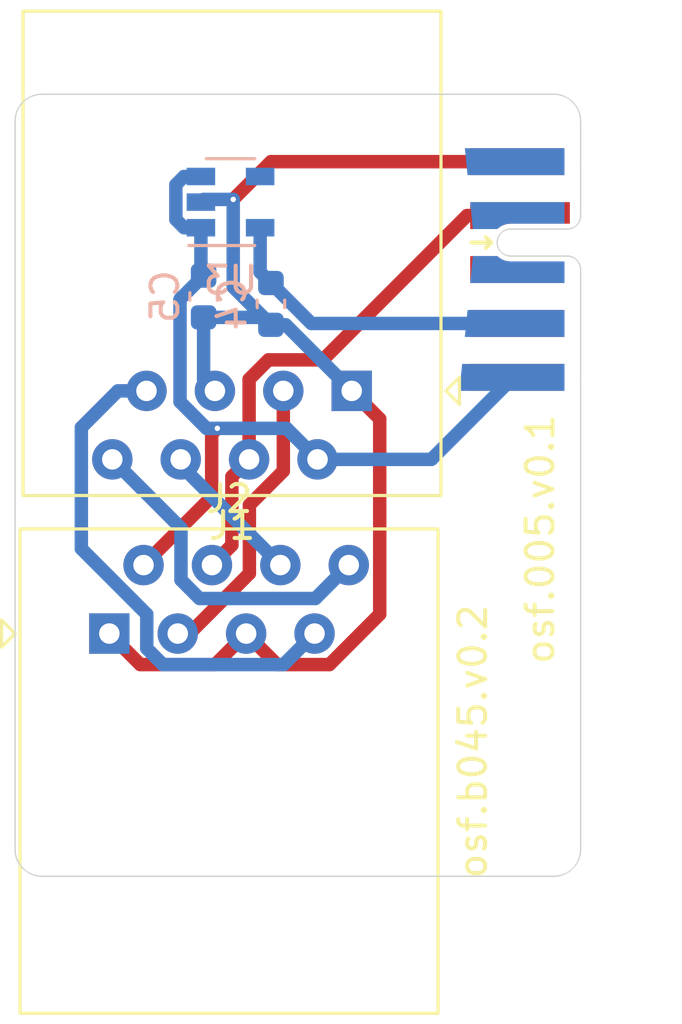
<source format=kicad_pcb>
(kicad_pcb (version 20171130) (host pcbnew "(5.1.10)-1")

  (general
    (thickness 1.6)
    (drawings 11)
    (tracks 72)
    (zones 0)
    (modules 6)
    (nets 9)
  )

  (page A4)
  (layers
    (0 F.Cu signal)
    (31 B.Cu signal)
    (32 B.Adhes user)
    (33 F.Adhes user)
    (34 B.Paste user)
    (35 F.Paste user)
    (36 B.SilkS user)
    (37 F.SilkS user)
    (38 B.Mask user)
    (39 F.Mask user)
    (40 Dwgs.User user)
    (41 Cmts.User user)
    (42 Eco1.User user)
    (43 Eco2.User user)
    (44 Edge.Cuts user)
    (45 Margin user)
    (46 B.CrtYd user)
    (47 F.CrtYd user)
    (48 B.Fab user)
    (49 F.Fab user)
  )

  (setup
    (last_trace_width 0.15)
    (user_trace_width 0.2)
    (user_trace_width 0.5)
    (trace_clearance 0.15)
    (zone_clearance 0.4)
    (zone_45_only no)
    (trace_min 0.15)
    (via_size 0.45)
    (via_drill 0.2)
    (via_min_size 0.45)
    (via_min_drill 0.2)
    (uvia_size 0.3)
    (uvia_drill 0.1)
    (uvias_allowed no)
    (uvia_min_size 0.2)
    (uvia_min_drill 0.1)
    (edge_width 0.05)
    (segment_width 0.2)
    (pcb_text_width 0.3)
    (pcb_text_size 1.5 1.5)
    (mod_edge_width 0.12)
    (mod_text_size 1 1)
    (mod_text_width 0.15)
    (pad_size 1.524 1.524)
    (pad_drill 0.762)
    (pad_to_mask_clearance 0.04)
    (solder_mask_min_width 0.1)
    (aux_axis_origin 0 0)
    (visible_elements 7FFFFFFF)
    (pcbplotparams
      (layerselection 0x010fc_ffffffff)
      (usegerberextensions false)
      (usegerberattributes false)
      (usegerberadvancedattributes false)
      (creategerberjobfile false)
      (excludeedgelayer true)
      (linewidth 0.100000)
      (plotframeref false)
      (viasonmask false)
      (mode 1)
      (useauxorigin false)
      (hpglpennumber 1)
      (hpglpenspeed 20)
      (hpglpendiameter 15.000000)
      (psnegative false)
      (psa4output false)
      (plotreference true)
      (plotvalue true)
      (plotinvisibletext false)
      (padsonsilk false)
      (subtractmaskfromsilk false)
      (outputformat 1)
      (mirror false)
      (drillshape 0)
      (scaleselection 1)
      (outputdirectory "gerber"))
  )

  (net 0 "")
  (net 1 GND)
  (net 2 "Net-(J1-Pad8)")
  (net 3 "Net-(J1-Pad4)")
  (net 4 +3V3)
  (net 5 +5V)
  (net 6 "Net-(J1-Pad7)")
  (net 7 "Net-(J1-Pad6)")
  (net 8 "Net-(J1-Pad3)")

  (net_class Default "This is the default net class."
    (clearance 0.15)
    (trace_width 0.15)
    (via_dia 0.45)
    (via_drill 0.2)
    (uvia_dia 0.3)
    (uvia_drill 0.1)
    (add_net +3V3)
    (add_net +5V)
    (add_net GND)
    (add_net "Net-(J1-Pad3)")
    (add_net "Net-(J1-Pad4)")
    (add_net "Net-(J1-Pad6)")
    (add_net "Net-(J1-Pad7)")
    (add_net "Net-(J1-Pad8)")
  )

  (module on_edge:on_edge_2x05_host (layer F.Cu) (tedit 607DF692) (tstamp 60A80D7D)
    (at 98 80.5 270)
    (path /60A875C3)
    (attr virtual)
    (fp_text reference J3 (at 0.05 -3.2 180 unlocked) (layer F.Fab)
      (effects (font (size 0.5 0.5) (thickness 0.125)))
    )
    (fp_text value 005_1wire (at -1.2 -2 90) (layer F.Fab)
      (effects (font (size 1 1) (thickness 0.15)))
    )
    (fp_line (start -1 4.05) (end -1 3.323) (layer F.SilkS) (width 0.153))
    (fp_line (start -0.8 3.523) (end -1 3.323) (layer F.SilkS) (width 0.153))
    (fp_line (start -1 3.323) (end -1.2 3.523) (layer F.SilkS) (width 0.153))
    (fp_line (start -1.5 0.5) (end -1.5 2.6) (layer Edge.Cuts) (width 0.05))
    (fp_line (start -0.5 2.6) (end -0.5 0.5) (layer Edge.Cuts) (width 0.05))
    (fp_line (start -4 0) (end -2 0) (layer Edge.Cuts) (width 0.05))
    (fp_line (start 0 0) (end 4 0) (layer Edge.Cuts) (width 0.05))
    (fp_line (start -5 5) (end 5 5) (layer F.CrtYd) (width 0.05))
    (fp_line (start 5 5) (end 5 -0.5) (layer F.CrtYd) (width 0.05))
    (fp_line (start 5 -0.5) (end -5 -0.5) (layer F.CrtYd) (width 0.05))
    (fp_line (start -5 -0.5) (end -5 5) (layer F.CrtYd) (width 0.05))
    (fp_line (start 5 5) (end -5 5) (layer B.CrtYd) (width 0.05))
    (fp_line (start -5 5) (end -5 -0.5) (layer B.CrtYd) (width 0.05))
    (fp_line (start -5 -0.5) (end 5 -0.5) (layer B.CrtYd) (width 0.05))
    (fp_line (start 5 -0.5) (end 5 5) (layer B.CrtYd) (width 0.05))
    (fp_arc (start 0 0.5) (end 0 0) (angle -90) (layer Edge.Cuts) (width 0.05))
    (fp_arc (start -2 0.5) (end -1.5 0.5) (angle -90) (layer Edge.Cuts) (width 0.05))
    (fp_arc (start -1 2.6) (end -1.5 2.6) (angle -180) (layer Edge.Cuts) (width 0.05))
    (pad 2 smd custom (at -2 3.6 270) (size 1 1) (layers F.Cu F.Mask)
      (net 3 "Net-(J1-Pad4)") (zone_connect 0)
      (options (clearance outline) (anchor rect))
      (primitives
        (gr_poly (pts
           (xy 0.3 -0.99) (xy 0.31 -0.88) (xy 0.33 -0.8) (xy 0.35 -0.74) (xy 0.37 -0.69)
           (xy 0.4 -0.64) (xy 0.44 -0.58) (xy 0.48 -0.53) (xy 0.5 -0.51) (xy 0.5 0.5)
           (xy -0.5 0.5) (xy -0.5 -3.2) (xy 0.3 -3.2)) (width 0))
      ))
    (pad 3 smd custom (at 0 3.6 270) (size 1 1) (layers F.Cu F.Mask)
      (zone_connect 0)
      (options (clearance outline) (anchor rect))
      (primitives
        (gr_poly (pts
           (xy -0.3 -0.99) (xy -0.31 -0.88) (xy -0.33 -0.8) (xy -0.35 -0.74) (xy -0.37 -0.69)
           (xy -0.4 -0.64) (xy -0.44 -0.58) (xy -0.48 -0.53) (xy -0.5 -0.51) (xy -0.5 0.5)
           (xy 0.5 0.5) (xy 0.5 -3) (xy -0.3 -3)) (width 0))
      ))
    (pad 8 smd custom (at 0 2.1 90) (size 0.4 0.4) (layers B.Cu B.Mask)
      (zone_connect 0)
      (options (clearance outline) (anchor rect))
      (primitives
        (gr_poly (pts
           (xy 0.3 -0.51) (xy 0.31 -0.62) (xy 0.33 -0.7) (xy 0.35 -0.76) (xy 0.37 -0.81)
           (xy 0.4 -0.86) (xy 0.44 -0.92) (xy 0.48 -0.97) (xy 0.5 -0.99) (xy 0.5 -1.9)
           (xy -0.5 -2) (xy -0.5 1.5) (xy 0.3 1.5)) (width 0))
      ))
    (pad 7 smd custom (at -2 2.1 90) (size 0.4 0.4) (layers B.Cu B.Mask)
      (zone_connect 0)
      (options (clearance outline) (anchor rect))
      (primitives
        (gr_poly (pts
           (xy -0.3 -0.51) (xy -0.31 -0.62) (xy -0.33 -0.7) (xy -0.35 -0.76) (xy -0.37 -0.81)
           (xy -0.4 -0.86) (xy -0.44 -0.92) (xy -0.48 -0.97) (xy -0.5 -0.99) (xy -0.5 -1.9)
           (xy 0.5 -2) (xy 0.5 1.5) (xy -0.3 1.5)) (width 0))
      ))
    (pad 4 smd rect (at 2 2.35 270) (size 1 3.5) (layers F.Cu F.Mask)
      (zone_connect 0))
    (pad 10 smd custom (at 4 2.5 90) (size 1 3.8) (layers B.Cu B.Mask)
      (net 5 +5V) (zone_connect 0)
      (options (clearance outline) (anchor rect))
      (primitives
        (gr_poly (pts
           (xy 0.5 -1.9) (xy -0.5 -2) (xy -0.5 -1.9)) (width 0))
      ))
    (pad 9 smd custom (at 2 2.4 90) (size 1 3.6) (layers B.Cu B.Mask)
      (net 4 +3V3) (zone_connect 0)
      (options (clearance outline) (anchor rect))
      (primitives
        (gr_poly (pts
           (xy 0.5 -1.8) (xy -0.5 -1.9) (xy -0.5 -1.8)) (width 0))
      ))
    (pad 6 smd custom (at -4 2.4 90) (size 1 3.6) (layers B.Cu B.Mask)
      (zone_connect 0)
      (options (clearance outline) (anchor rect))
      (primitives
        (gr_poly (pts
           (xy 0.5 -1.8) (xy 0.5 -1.9) (xy -0.5 -1.8)) (width 0))
      ))
    (pad 5 smd rect (at 4 2.35 270) (size 1 3.5) (layers F.Cu F.Mask)
      (zone_connect 0))
    (pad 1 smd rect (at -4 2.35 270) (size 1 3.5) (layers F.Cu F.Mask)
      (net 1 GND) (zone_connect 0))
  )

  (module Package_TO_SOT_SMD:SOT-23-5 (layer B.Cu) (tedit 5A02FF57) (tstamp 60A80A5B)
    (at 85 78)
    (descr "5-pin SOT23 package")
    (tags SOT-23-5)
    (path /5EB80084)
    (attr smd)
    (fp_text reference U3 (at 0 2.9) (layer B.SilkS)
      (effects (font (size 1 1) (thickness 0.15)) (justify mirror))
    )
    (fp_text value TLV74133PDBVR (at 0 -2.9) (layer B.Fab)
      (effects (font (size 1 1) (thickness 0.15)) (justify mirror))
    )
    (fp_line (start 0.9 1.55) (end 0.9 -1.55) (layer B.Fab) (width 0.1))
    (fp_line (start 0.9 -1.55) (end -0.9 -1.55) (layer B.Fab) (width 0.1))
    (fp_line (start -0.9 0.9) (end -0.9 -1.55) (layer B.Fab) (width 0.1))
    (fp_line (start 0.9 1.55) (end -0.25 1.55) (layer B.Fab) (width 0.1))
    (fp_line (start -0.9 0.9) (end -0.25 1.55) (layer B.Fab) (width 0.1))
    (fp_line (start -1.9 -1.8) (end -1.9 1.8) (layer B.CrtYd) (width 0.05))
    (fp_line (start 1.9 -1.8) (end -1.9 -1.8) (layer B.CrtYd) (width 0.05))
    (fp_line (start 1.9 1.8) (end 1.9 -1.8) (layer B.CrtYd) (width 0.05))
    (fp_line (start -1.9 1.8) (end 1.9 1.8) (layer B.CrtYd) (width 0.05))
    (fp_line (start 0.9 1.61) (end -1.55 1.61) (layer B.SilkS) (width 0.12))
    (fp_line (start -0.9 -1.61) (end 0.9 -1.61) (layer B.SilkS) (width 0.12))
    (fp_text user %R (at 0 0 -90) (layer B.Fab)
      (effects (font (size 0.5 0.5) (thickness 0.075)) (justify mirror))
    )
    (pad 5 smd rect (at 1.1 0.95) (size 1.06 0.65) (layers B.Cu B.Paste B.Mask)
      (net 4 +3V3))
    (pad 4 smd rect (at 1.1 -0.95) (size 1.06 0.65) (layers B.Cu B.Paste B.Mask))
    (pad 3 smd rect (at -1.1 -0.95) (size 1.06 0.65) (layers B.Cu B.Paste B.Mask)
      (net 5 +5V))
    (pad 2 smd rect (at -1.1 0) (size 1.06 0.65) (layers B.Cu B.Paste B.Mask)
      (net 1 GND))
    (pad 1 smd rect (at -1.1 0.95) (size 1.06 0.65) (layers B.Cu B.Paste B.Mask)
      (net 5 +5V))
    (model ${KISYS3DMOD}/Package_TO_SOT_SMD.3dshapes/SOT-23-5.wrl
      (at (xyz 0 0 0))
      (scale (xyz 1 1 1))
      (rotate (xyz 0 0 0))
    )
  )

  (module Connector_RJ:RJ45_Amphenol_54602-x08_Horizontal (layer F.Cu) (tedit 5B103613) (tstamp 60A80A46)
    (at 80.5 94)
    (descr "8 Pol Shallow Latch Connector, Modjack, RJ45 (https://cdn.amphenol-icc.com/media/wysiwyg/files/drawing/c-bmj-0102.pdf)")
    (tags RJ45)
    (path /5EB62F82)
    (fp_text reference J2 (at 4.445 -5) (layer F.SilkS)
      (effects (font (size 1 1) (thickness 0.15)))
    )
    (fp_text value RJ45 (at 4.445 4) (layer F.Fab)
      (effects (font (size 1 1) (thickness 0.15)))
    )
    (fp_line (start 12.6 14.47) (end -3.71 14.47) (layer F.CrtYd) (width 0.05))
    (fp_line (start 12.6 14.47) (end 12.6 -4.27) (layer F.CrtYd) (width 0.05))
    (fp_line (start -3.71 -4.27) (end -3.71 14.47) (layer F.CrtYd) (width 0.05))
    (fp_line (start -3.71 -4.27) (end 12.6 -4.27) (layer F.CrtYd) (width 0.05))
    (fp_line (start -3.315 -3.88) (end -3.315 14.08) (layer F.SilkS) (width 0.12))
    (fp_line (start 12.205 -3.88) (end -3.315 -3.88) (layer F.SilkS) (width 0.12))
    (fp_line (start 12.205 -3.88) (end 12.205 14.08) (layer F.SilkS) (width 0.12))
    (fp_line (start -3.315 14.08) (end 12.205 14.08) (layer F.SilkS) (width 0.12))
    (fp_line (start -3.205 -2.77) (end -2.205 -3.77) (layer F.Fab) (width 0.12))
    (fp_line (start -2.205 -3.77) (end 12.095 -3.77) (layer F.Fab) (width 0.12))
    (fp_line (start 12.095 -3.77) (end 12.095 13.97) (layer F.Fab) (width 0.12))
    (fp_line (start 12.095 13.97) (end -3.205 13.97) (layer F.Fab) (width 0.12))
    (fp_line (start -3.205 13.97) (end -3.205 -2.77) (layer F.Fab) (width 0.12))
    (fp_line (start -3.5 0) (end -4 -0.5) (layer F.SilkS) (width 0.12))
    (fp_line (start -4 -0.5) (end -4 0.5) (layer F.SilkS) (width 0.12))
    (fp_line (start -4 0.5) (end -3.5 0) (layer F.SilkS) (width 0.12))
    (fp_text user %R (at 4.445 2) (layer F.Fab)
      (effects (font (size 1 1) (thickness 0.15)))
    )
    (pad 8 thru_hole circle (at 8.89 -2.54) (size 1.5 1.5) (drill 0.76) (layers *.Cu *.Mask)
      (net 2 "Net-(J1-Pad8)"))
    (pad 7 thru_hole circle (at 7.62 0) (size 1.5 1.5) (drill 0.76) (layers *.Cu *.Mask)
      (net 6 "Net-(J1-Pad7)"))
    (pad 6 thru_hole circle (at 6.35 -2.54) (size 1.5 1.5) (drill 0.76) (layers *.Cu *.Mask)
      (net 7 "Net-(J1-Pad6)"))
    (pad 5 thru_hole circle (at 5.08 0) (size 1.5 1.5) (drill 0.76) (layers *.Cu *.Mask)
      (net 1 GND))
    (pad 4 thru_hole circle (at 3.81 -2.54) (size 1.5 1.5) (drill 0.76) (layers *.Cu *.Mask)
      (net 3 "Net-(J1-Pad4)"))
    (pad 3 thru_hole circle (at 2.54 0) (size 1.5 1.5) (drill 0.76) (layers *.Cu *.Mask)
      (net 8 "Net-(J1-Pad3)"))
    (pad 2 thru_hole circle (at 1.27 -2.54) (size 1.5 1.5) (drill 0.76) (layers *.Cu *.Mask)
      (net 5 +5V))
    (pad 1 thru_hole rect (at 0 0) (size 1.5 1.5) (drill 0.76) (layers *.Cu *.Mask)
      (net 1 GND))
    (pad "" np_thru_hole circle (at -1.27 6.35) (size 3.2 3.2) (drill 3.2) (layers *.Cu *.Mask))
    (pad "" np_thru_hole circle (at 10.16 6.35) (size 3.2 3.2) (drill 3.2) (layers *.Cu *.Mask))
    (model ${KISYS3DMOD}/Connector_RJ.3dshapes/RJ45_Amphenol_54602-x08_Horizontal.wrl
      (at (xyz 0 0 0))
      (scale (xyz 1 1 1))
      (rotate (xyz 0 0 0))
    )
  )

  (module Connector_RJ:RJ45_Amphenol_54602-x08_Horizontal (layer F.Cu) (tedit 5B103613) (tstamp 60A80A27)
    (at 89.5 85 180)
    (descr "8 Pol Shallow Latch Connector, Modjack, RJ45 (https://cdn.amphenol-icc.com/media/wysiwyg/files/drawing/c-bmj-0102.pdf)")
    (tags RJ45)
    (path /5EB9BFA3)
    (fp_text reference J1 (at 4.445 -5) (layer F.SilkS)
      (effects (font (size 1 1) (thickness 0.15)))
    )
    (fp_text value RJ45 (at 4.445 4) (layer F.Fab)
      (effects (font (size 1 1) (thickness 0.15)))
    )
    (fp_line (start 12.6 14.47) (end -3.71 14.47) (layer F.CrtYd) (width 0.05))
    (fp_line (start 12.6 14.47) (end 12.6 -4.27) (layer F.CrtYd) (width 0.05))
    (fp_line (start -3.71 -4.27) (end -3.71 14.47) (layer F.CrtYd) (width 0.05))
    (fp_line (start -3.71 -4.27) (end 12.6 -4.27) (layer F.CrtYd) (width 0.05))
    (fp_line (start -3.315 -3.88) (end -3.315 14.08) (layer F.SilkS) (width 0.12))
    (fp_line (start 12.205 -3.88) (end -3.315 -3.88) (layer F.SilkS) (width 0.12))
    (fp_line (start 12.205 -3.88) (end 12.205 14.08) (layer F.SilkS) (width 0.12))
    (fp_line (start -3.315 14.08) (end 12.205 14.08) (layer F.SilkS) (width 0.12))
    (fp_line (start -3.205 -2.77) (end -2.205 -3.77) (layer F.Fab) (width 0.12))
    (fp_line (start -2.205 -3.77) (end 12.095 -3.77) (layer F.Fab) (width 0.12))
    (fp_line (start 12.095 -3.77) (end 12.095 13.97) (layer F.Fab) (width 0.12))
    (fp_line (start 12.095 13.97) (end -3.205 13.97) (layer F.Fab) (width 0.12))
    (fp_line (start -3.205 13.97) (end -3.205 -2.77) (layer F.Fab) (width 0.12))
    (fp_line (start -3.5 0) (end -4 -0.5) (layer F.SilkS) (width 0.12))
    (fp_line (start -4 -0.5) (end -4 0.5) (layer F.SilkS) (width 0.12))
    (fp_line (start -4 0.5) (end -3.5 0) (layer F.SilkS) (width 0.12))
    (fp_text user %R (at 4.445 2) (layer F.Fab)
      (effects (font (size 1 1) (thickness 0.15)))
    )
    (pad 8 thru_hole circle (at 8.89 -2.54 180) (size 1.5 1.5) (drill 0.76) (layers *.Cu *.Mask)
      (net 2 "Net-(J1-Pad8)"))
    (pad 7 thru_hole circle (at 7.62 0 180) (size 1.5 1.5) (drill 0.76) (layers *.Cu *.Mask)
      (net 6 "Net-(J1-Pad7)"))
    (pad 6 thru_hole circle (at 6.35 -2.54 180) (size 1.5 1.5) (drill 0.76) (layers *.Cu *.Mask)
      (net 7 "Net-(J1-Pad6)"))
    (pad 5 thru_hole circle (at 5.08 0 180) (size 1.5 1.5) (drill 0.76) (layers *.Cu *.Mask)
      (net 1 GND))
    (pad 4 thru_hole circle (at 3.81 -2.54 180) (size 1.5 1.5) (drill 0.76) (layers *.Cu *.Mask)
      (net 3 "Net-(J1-Pad4)"))
    (pad 3 thru_hole circle (at 2.54 0 180) (size 1.5 1.5) (drill 0.76) (layers *.Cu *.Mask)
      (net 8 "Net-(J1-Pad3)"))
    (pad 2 thru_hole circle (at 1.27 -2.54 180) (size 1.5 1.5) (drill 0.76) (layers *.Cu *.Mask)
      (net 5 +5V))
    (pad 1 thru_hole rect (at 0 0 180) (size 1.5 1.5) (drill 0.76) (layers *.Cu *.Mask)
      (net 1 GND))
    (pad "" np_thru_hole circle (at -1.27 6.35 180) (size 3.2 3.2) (drill 3.2) (layers *.Cu *.Mask))
    (pad "" np_thru_hole circle (at 10.16 6.35 180) (size 3.2 3.2) (drill 3.2) (layers *.Cu *.Mask))
    (model ${KISYS3DMOD}/Connector_RJ.3dshapes/RJ45_Amphenol_54602-x08_Horizontal.wrl
      (at (xyz 0 0 0))
      (scale (xyz 1 1 1))
      (rotate (xyz 0 0 0))
    )
  )

  (module Capacitor_SMD:C_0603_1608Metric (layer B.Cu) (tedit 5F68FEEE) (tstamp 60A80A08)
    (at 84 81.5 270)
    (descr "Capacitor SMD 0603 (1608 Metric), square (rectangular) end terminal, IPC_7351 nominal, (Body size source: IPC-SM-782 page 76, https://www.pcb-3d.com/wordpress/wp-content/uploads/ipc-sm-782a_amendment_1_and_2.pdf), generated with kicad-footprint-generator")
    (tags capacitor)
    (path /5EB8B4A9)
    (attr smd)
    (fp_text reference C5 (at 0 1.43 90) (layer B.SilkS)
      (effects (font (size 1 1) (thickness 0.15)) (justify mirror))
    )
    (fp_text value 1uF (at 0 -1.43 90) (layer B.Fab)
      (effects (font (size 1 1) (thickness 0.15)) (justify mirror))
    )
    (fp_line (start 1.48 -0.73) (end -1.48 -0.73) (layer B.CrtYd) (width 0.05))
    (fp_line (start 1.48 0.73) (end 1.48 -0.73) (layer B.CrtYd) (width 0.05))
    (fp_line (start -1.48 0.73) (end 1.48 0.73) (layer B.CrtYd) (width 0.05))
    (fp_line (start -1.48 -0.73) (end -1.48 0.73) (layer B.CrtYd) (width 0.05))
    (fp_line (start -0.14058 -0.51) (end 0.14058 -0.51) (layer B.SilkS) (width 0.12))
    (fp_line (start -0.14058 0.51) (end 0.14058 0.51) (layer B.SilkS) (width 0.12))
    (fp_line (start 0.8 -0.4) (end -0.8 -0.4) (layer B.Fab) (width 0.1))
    (fp_line (start 0.8 0.4) (end 0.8 -0.4) (layer B.Fab) (width 0.1))
    (fp_line (start -0.8 0.4) (end 0.8 0.4) (layer B.Fab) (width 0.1))
    (fp_line (start -0.8 -0.4) (end -0.8 0.4) (layer B.Fab) (width 0.1))
    (fp_text user %R (at 0 0 90) (layer B.Fab)
      (effects (font (size 0.4 0.4) (thickness 0.06)) (justify mirror))
    )
    (pad 2 smd roundrect (at 0.775 0 270) (size 0.9 0.95) (layers B.Cu B.Paste B.Mask) (roundrect_rratio 0.25)
      (net 1 GND))
    (pad 1 smd roundrect (at -0.775 0 270) (size 0.9 0.95) (layers B.Cu B.Paste B.Mask) (roundrect_rratio 0.25)
      (net 5 +5V))
    (model ${KISYS3DMOD}/Capacitor_SMD.3dshapes/C_0603_1608Metric.wrl
      (at (xyz 0 0 0))
      (scale (xyz 1 1 1))
      (rotate (xyz 0 0 0))
    )
  )

  (module Capacitor_SMD:C_0603_1608Metric (layer B.Cu) (tedit 5F68FEEE) (tstamp 60A809F7)
    (at 86.5 81.775 270)
    (descr "Capacitor SMD 0603 (1608 Metric), square (rectangular) end terminal, IPC_7351 nominal, (Body size source: IPC-SM-782 page 76, https://www.pcb-3d.com/wordpress/wp-content/uploads/ipc-sm-782a_amendment_1_and_2.pdf), generated with kicad-footprint-generator")
    (tags capacitor)
    (path /5EB8C418)
    (attr smd)
    (fp_text reference C4 (at 0 1.43 90) (layer B.SilkS)
      (effects (font (size 1 1) (thickness 0.15)) (justify mirror))
    )
    (fp_text value 1uF (at 0 -1.43 90) (layer B.Fab)
      (effects (font (size 1 1) (thickness 0.15)) (justify mirror))
    )
    (fp_line (start 1.48 -0.73) (end -1.48 -0.73) (layer B.CrtYd) (width 0.05))
    (fp_line (start 1.48 0.73) (end 1.48 -0.73) (layer B.CrtYd) (width 0.05))
    (fp_line (start -1.48 0.73) (end 1.48 0.73) (layer B.CrtYd) (width 0.05))
    (fp_line (start -1.48 -0.73) (end -1.48 0.73) (layer B.CrtYd) (width 0.05))
    (fp_line (start -0.14058 -0.51) (end 0.14058 -0.51) (layer B.SilkS) (width 0.12))
    (fp_line (start -0.14058 0.51) (end 0.14058 0.51) (layer B.SilkS) (width 0.12))
    (fp_line (start 0.8 -0.4) (end -0.8 -0.4) (layer B.Fab) (width 0.1))
    (fp_line (start 0.8 0.4) (end 0.8 -0.4) (layer B.Fab) (width 0.1))
    (fp_line (start -0.8 0.4) (end 0.8 0.4) (layer B.Fab) (width 0.1))
    (fp_line (start -0.8 -0.4) (end -0.8 0.4) (layer B.Fab) (width 0.1))
    (fp_text user %R (at 0 0 90) (layer B.Fab)
      (effects (font (size 0.4 0.4) (thickness 0.06)) (justify mirror))
    )
    (pad 2 smd roundrect (at 0.775 0 270) (size 0.9 0.95) (layers B.Cu B.Paste B.Mask) (roundrect_rratio 0.25)
      (net 1 GND))
    (pad 1 smd roundrect (at -0.775 0 270) (size 0.9 0.95) (layers B.Cu B.Paste B.Mask) (roundrect_rratio 0.25)
      (net 4 +3V3))
    (model ${KISYS3DMOD}/Capacitor_SMD.3dshapes/C_0603_1608Metric.wrl
      (at (xyz 0 0 0))
      (scale (xyz 1 1 1))
      (rotate (xyz 0 0 0))
    )
  )

  (gr_text osf.005.v0.1 (at 96.5 90.5 90) (layer F.SilkS) (tstamp 60A86256)
    (effects (font (size 1 1) (thickness 0.15)))
  )
  (gr_text osf.b045.v0.2 (at 94 98 90) (layer F.SilkS)
    (effects (font (size 1 1) (thickness 0.15)))
  )
  (gr_line (start 98 76.5) (end 98 75) (layer Edge.Cuts) (width 0.05) (tstamp 6083D7CB))
  (gr_line (start 98 102) (end 98 84.5) (layer Edge.Cuts) (width 0.05))
  (gr_line (start 97 74) (end 78 74) (layer Edge.Cuts) (width 0.05) (tstamp 6083D74C))
  (gr_line (start 77 102) (end 77 75) (layer Edge.Cuts) (width 0.05) (tstamp 6083704E))
  (gr_line (start 97 103) (end 78 103) (layer Edge.Cuts) (width 0.05) (tstamp 6083704D))
  (gr_arc (start 78 102) (end 77 102) (angle -90) (layer Edge.Cuts) (width 0.05))
  (gr_arc (start 97 102) (end 97 103) (angle -90) (layer Edge.Cuts) (width 0.05))
  (gr_arc (start 78 75) (end 78 74) (angle -90) (layer Edge.Cuts) (width 0.05))
  (gr_arc (start 97 75) (end 98 75) (angle -90) (layer Edge.Cuts) (width 0.05))

  (via (at 85.1 77.9) (size 0.45) (drill 0.2) (layers F.Cu B.Cu) (net 1))
  (segment (start 86.5 76.5) (end 85.1 77.9) (width 0.5) (layer F.Cu) (net 1))
  (segment (start 95.65 76.5) (end 86.5 76.5) (width 0.5) (layer F.Cu) (net 1))
  (segment (start 84 77.9) (end 83.9 78) (width 0.5) (layer B.Cu) (net 1))
  (segment (start 85.1 77.9) (end 84 77.9) (width 0.5) (layer B.Cu) (net 1))
  (segment (start 85.1 81.15) (end 86.5 82.55) (width 0.5) (layer B.Cu) (net 1))
  (segment (start 85.1 77.9) (end 85.1 81.15) (width 0.5) (layer B.Cu) (net 1))
  (segment (start 86.225 82.275) (end 86.5 82.55) (width 0.5) (layer B.Cu) (net 1))
  (segment (start 84 82.275) (end 86.225 82.275) (width 0.5) (layer B.Cu) (net 1))
  (segment (start 84 84.58) (end 84.42 85) (width 0.5) (layer B.Cu) (net 1))
  (segment (start 84 82.275) (end 84 84.58) (width 0.5) (layer B.Cu) (net 1))
  (segment (start 87.05 82.55) (end 89.5 85) (width 0.5) (layer B.Cu) (net 1))
  (segment (start 86.5 82.55) (end 87.05 82.55) (width 0.5) (layer B.Cu) (net 1))
  (segment (start 86.730001 95.150001) (end 85.58 94) (width 0.5) (layer F.Cu) (net 1))
  (segment (start 88.672001 95.150001) (end 86.730001 95.150001) (width 0.5) (layer F.Cu) (net 1))
  (segment (start 90.540001 93.282001) (end 88.672001 95.150001) (width 0.5) (layer F.Cu) (net 1))
  (segment (start 90.540001 86.040001) (end 90.540001 93.282001) (width 0.5) (layer F.Cu) (net 1))
  (segment (start 89.5 85) (end 90.540001 86.040001) (width 0.5) (layer F.Cu) (net 1))
  (segment (start 81.650001 95.150001) (end 80.5 94) (width 0.5) (layer F.Cu) (net 1))
  (segment (start 84.429999 95.150001) (end 81.650001 95.150001) (width 0.5) (layer F.Cu) (net 1))
  (segment (start 85.58 94) (end 84.429999 95.150001) (width 0.5) (layer F.Cu) (net 1))
  (segment (start 80.61 87.54) (end 83.159999 90.089999) (width 0.5) (layer B.Cu) (net 2))
  (segment (start 83.159999 92.012001) (end 83.847998 92.7) (width 0.5) (layer B.Cu) (net 2))
  (segment (start 83.159999 90.089999) (end 83.159999 92.012001) (width 0.5) (layer B.Cu) (net 2))
  (segment (start 88.15 92.7) (end 89.39 91.46) (width 0.5) (layer B.Cu) (net 2))
  (segment (start 83.847998 92.7) (end 88.15 92.7) (width 0.5) (layer B.Cu) (net 2))
  (segment (start 85.69 84.567998) (end 85.69 87.54) (width 0.5) (layer F.Cu) (net 3))
  (segment (start 86.407999 83.849999) (end 85.69 84.567998) (width 0.5) (layer F.Cu) (net 3))
  (segment (start 88.429999 83.849999) (end 86.407999 83.849999) (width 0.5) (layer F.Cu) (net 3))
  (segment (start 93.779998 78.5) (end 88.429999 83.849999) (width 0.5) (layer F.Cu) (net 3))
  (segment (start 94.4 78.5) (end 93.779998 78.5) (width 0.5) (layer F.Cu) (net 3))
  (segment (start 85.69 87.54) (end 85.049988 88.180012) (width 0.5) (layer F.Cu) (net 3))
  (segment (start 85.049988 90.720012) (end 84.31 91.46) (width 0.5) (layer F.Cu) (net 3))
  (segment (start 85.049988 88.180012) (end 85.049988 90.720012) (width 0.5) (layer F.Cu) (net 3))
  (segment (start 86.1 80.6) (end 86.5 81) (width 0.5) (layer B.Cu) (net 4))
  (segment (start 86.1 78.95) (end 86.1 80.6) (width 0.5) (layer B.Cu) (net 4))
  (segment (start 88 82.5) (end 95.6 82.5) (width 0.5) (layer B.Cu) (net 4))
  (segment (start 86.5 81) (end 88 82.5) (width 0.5) (layer B.Cu) (net 4))
  (segment (start 83.12499 81.60001) (end 84 80.725) (width 0.5) (layer B.Cu) (net 5))
  (segment (start 83.12499 85.406992) (end 83.12499 81.60001) (width 0.5) (layer B.Cu) (net 5))
  (segment (start 84.107997 86.389999) (end 83.12499 85.406992) (width 0.5) (layer B.Cu) (net 5))
  (segment (start 88.23 87.54) (end 87.079999 86.389999) (width 0.5) (layer B.Cu) (net 5))
  (segment (start 83.9 80.625) (end 84 80.725) (width 0.5) (layer B.Cu) (net 5))
  (segment (start 83.9 78.95) (end 83.9 80.625) (width 0.5) (layer B.Cu) (net 5))
  (segment (start 83.274998 77.05) (end 83.9 77.05) (width 0.5) (layer B.Cu) (net 5))
  (segment (start 82.969999 77.354999) (end 83.274998 77.05) (width 0.5) (layer B.Cu) (net 5))
  (segment (start 82.969999 78.645001) (end 82.969999 77.354999) (width 0.5) (layer B.Cu) (net 5))
  (segment (start 83.274998 78.95) (end 82.969999 78.645001) (width 0.5) (layer B.Cu) (net 5))
  (segment (start 83.9 78.95) (end 83.274998 78.95) (width 0.5) (layer B.Cu) (net 5))
  (segment (start 84.300001 86.599999) (end 84.510001 86.389999) (width 0.5) (layer F.Cu) (net 5))
  (via (at 84.510001 86.389999) (size 0.45) (drill 0.2) (layers F.Cu B.Cu) (net 5))
  (segment (start 84.300001 88.929999) (end 84.300001 86.599999) (width 0.5) (layer F.Cu) (net 5))
  (segment (start 81.77 91.46) (end 84.300001 88.929999) (width 0.5) (layer F.Cu) (net 5))
  (segment (start 84.510001 86.389999) (end 84.107997 86.389999) (width 0.5) (layer B.Cu) (net 5))
  (segment (start 87.079999 86.389999) (end 84.510001 86.389999) (width 0.5) (layer B.Cu) (net 5))
  (segment (start 92.46 87.54) (end 88.23 87.54) (width 0.5) (layer B.Cu) (net 5))
  (segment (start 95.5 84.5) (end 92.46 87.54) (width 0.5) (layer B.Cu) (net 5))
  (segment (start 88.12 94) (end 86.969999 95.150001) (width 0.5) (layer B.Cu) (net 6))
  (segment (start 86.969999 95.150001) (end 82.487999 95.150001) (width 0.5) (layer B.Cu) (net 6))
  (segment (start 82.487999 95.150001) (end 81.889999 94.552001) (width 0.5) (layer B.Cu) (net 6))
  (segment (start 81.889999 94.552001) (end 81.889999 93.282001) (width 0.5) (layer B.Cu) (net 6))
  (segment (start 79.459999 90.852001) (end 79.459999 86.359341) (width 0.5) (layer B.Cu) (net 6))
  (segment (start 81.889999 93.282001) (end 79.459999 90.852001) (width 0.5) (layer B.Cu) (net 6))
  (segment (start 79.459999 86.359341) (end 80.81934 85) (width 0.5) (layer B.Cu) (net 6))
  (segment (start 80.81934 85) (end 81.88 85) (width 0.5) (layer B.Cu) (net 6))
  (segment (start 83.15 87.76) (end 83.15 87.54) (width 0.5) (layer B.Cu) (net 7))
  (segment (start 86.85 91.46) (end 83.15 87.76) (width 0.5) (layer B.Cu) (net 7))
  (segment (start 86.96 87.972002) (end 86.96 85) (width 0.5) (layer F.Cu) (net 8))
  (segment (start 85.699999 89.232003) (end 86.96 87.972002) (width 0.5) (layer F.Cu) (net 8))
  (segment (start 83.472002 94) (end 85.699999 91.772003) (width 0.5) (layer F.Cu) (net 8))
  (segment (start 83.04 94) (end 83.472002 94) (width 0.5) (layer F.Cu) (net 8))
  (segment (start 85.699999 91.772003) (end 85.699999 89.232003) (width 0.5) (layer F.Cu) (net 8))

)

</source>
